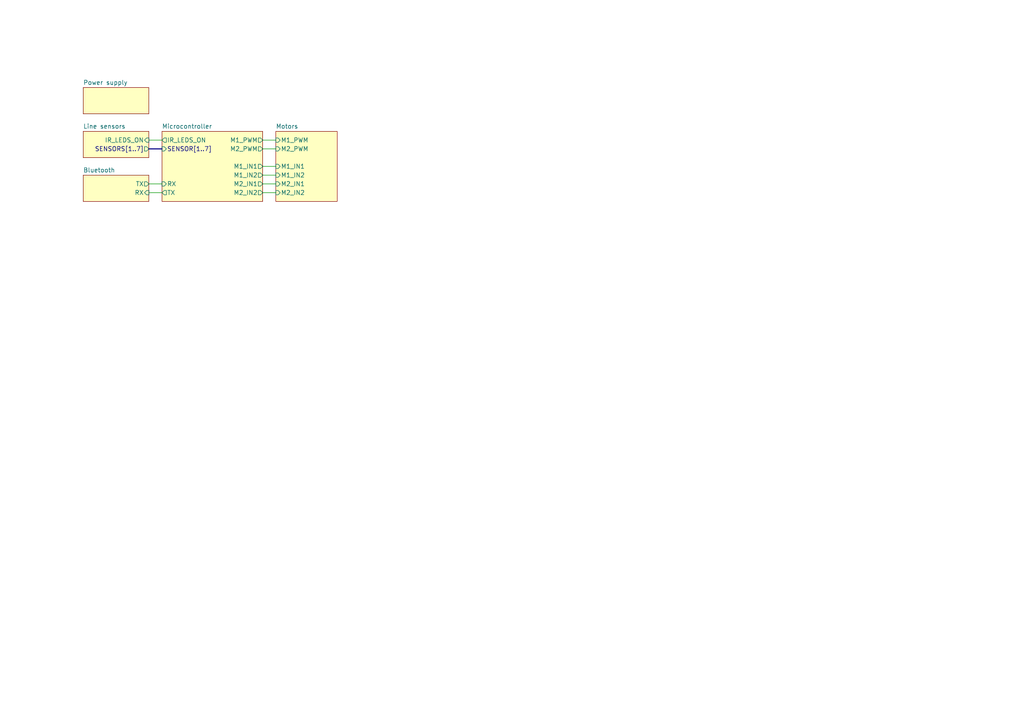
<source format=kicad_sch>
(kicad_sch (version 20230121) (generator eeschema)

  (uuid 8d5cfdec-de34-4148-9100-7125640c46f5)

  (paper "A4")

  (lib_symbols
  )


  (wire (pts (xy 76.2 55.88) (xy 80.01 55.88))
    (stroke (width 0) (type default))
    (uuid 12d38e9d-35fc-4492-98da-20c651b57da7)
  )
  (wire (pts (xy 76.2 53.34) (xy 80.01 53.34))
    (stroke (width 0) (type default))
    (uuid 2396908d-c7e9-40cd-8f7f-e60a80168097)
  )
  (wire (pts (xy 43.18 55.88) (xy 46.99 55.88))
    (stroke (width 0) (type default))
    (uuid 39b41dfa-598b-48ea-9bed-586372749782)
  )
  (wire (pts (xy 43.18 53.34) (xy 46.99 53.34))
    (stroke (width 0) (type default))
    (uuid 5bc26d92-256b-43b6-9d9d-d62c7aa88ffc)
  )
  (wire (pts (xy 76.2 50.8) (xy 80.01 50.8))
    (stroke (width 0) (type default))
    (uuid 6be55ac4-82d6-4dd1-bab0-cd5f0b8f15e9)
  )
  (wire (pts (xy 43.18 40.64) (xy 46.99 40.64))
    (stroke (width 0) (type default))
    (uuid 7b56f99c-f787-469c-8443-788f14b74ec5)
  )
  (wire (pts (xy 76.2 43.18) (xy 80.01 43.18))
    (stroke (width 0) (type default))
    (uuid dec59480-f524-4636-b51d-8d07aebbb6af)
  )
  (wire (pts (xy 76.2 48.26) (xy 80.01 48.26))
    (stroke (width 0) (type default))
    (uuid eec35d27-728d-4d7f-9ddf-83a1e49c85d4)
  )
  (wire (pts (xy 76.2 40.64) (xy 80.01 40.64))
    (stroke (width 0) (type default))
    (uuid f6ed324c-90be-4291-b0d2-8003b4aee434)
  )
  (bus (pts (xy 43.18 43.18) (xy 46.99 43.18))
    (stroke (width 0) (type default))
    (uuid fc737272-8a3e-4267-9e2c-c69e606edc8a)
  )

  (sheet (at 80.01 38.1) (size 17.78 20.32) (fields_autoplaced)
    (stroke (width 0.1524) (type solid))
    (fill (color 255 255 194 1.0000))
    (uuid 541574ca-21e4-445f-b8e2-ded2c59d3b8a)
    (property "Sheetname" "Motors" (at 80.01 37.3884 0)
      (effects (font (size 1.27 1.27)) (justify left bottom))
    )
    (property "Sheetfile" "Motors.kicad_sch" (at 80.01 59.0046 0)
      (effects (font (size 1.27 1.27)) (justify left top) hide)
    )
    (pin "M1_PWM" input (at 80.01 40.64 180)
      (effects (font (size 1.27 1.27)) (justify left))
      (uuid 1734fe27-e198-454b-835f-8b9ddc28fb00)
    )
    (pin "M2_PWM" input (at 80.01 43.18 180)
      (effects (font (size 1.27 1.27)) (justify left))
      (uuid fd490293-8a69-4831-a5fc-25b97d2d428e)
    )
    (pin "M1_IN1" input (at 80.01 48.26 180)
      (effects (font (size 1.27 1.27)) (justify left))
      (uuid 9621646d-6d39-421f-b129-fe820eb43777)
    )
    (pin "M2_IN1" input (at 80.01 53.34 180)
      (effects (font (size 1.27 1.27)) (justify left))
      (uuid fb55e69f-a42a-4224-a936-13819de47a14)
    )
    (pin "M1_IN2" input (at 80.01 50.8 180)
      (effects (font (size 1.27 1.27)) (justify left))
      (uuid eafa9b79-20d9-4bd5-809b-2fd6113b2789)
    )
    (pin "M2_IN2" input (at 80.01 55.88 180)
      (effects (font (size 1.27 1.27)) (justify left))
      (uuid 5c3fb097-98f1-49cc-8d23-252d15b044f6)
    )
    (instances
      (project "Autko"
        (path "/8d5cfdec-de34-4148-9100-7125640c46f5" (page "5"))
      )
    )
  )

  (sheet (at 24.13 38.1) (size 19.05 7.62) (fields_autoplaced)
    (stroke (width 0.1524) (type solid))
    (fill (color 255 255 194 1.0000))
    (uuid 80d635c6-4a73-4538-989a-c930c6a7f33b)
    (property "Sheetname" "Line sensors" (at 24.13 37.3884 0)
      (effects (font (size 1.27 1.27)) (justify left bottom))
    )
    (property "Sheetfile" "Line_sensors.kicad_sch" (at 24.13 46.3046 0)
      (effects (font (size 1.27 1.27)) (justify left top) hide)
    )
    (pin "IR_LEDS_ON" input (at 43.18 40.64 0)
      (effects (font (size 1.27 1.27)) (justify right))
      (uuid 8b674493-fb8d-42a5-960d-c43229d46e8b)
    )
    (pin "SENSORS[1..7]" output (at 43.18 43.18 0)
      (effects (font (size 1.27 1.27)) (justify right))
      (uuid 49a43e96-17a0-401c-b7ae-df92c32c75d8)
    )
    (instances
      (project "Autko"
        (path "/8d5cfdec-de34-4148-9100-7125640c46f5" (page "4"))
      )
    )
  )

  (sheet (at 24.13 50.8) (size 19.05 7.62) (fields_autoplaced)
    (stroke (width 0.1524) (type solid))
    (fill (color 255 255 194 1.0000))
    (uuid bb9a200c-6921-438f-a82b-708524bb5612)
    (property "Sheetname" "Bluetooth" (at 24.13 50.0884 0)
      (effects (font (size 1.27 1.27)) (justify left bottom))
    )
    (property "Sheetfile" "Bluetooth.kicad_sch" (at 24.13 59.0046 0)
      (effects (font (size 1.27 1.27)) (justify left top) hide)
    )
    (pin "TX" output (at 43.18 53.34 0)
      (effects (font (size 1.27 1.27)) (justify right))
      (uuid ec9fa28e-f214-4474-acb9-3f521227bf87)
    )
    (pin "RX" input (at 43.18 55.88 0)
      (effects (font (size 1.27 1.27)) (justify right))
      (uuid 76e70cc0-e9bb-48dc-ab94-81ffb4644d95)
    )
    (instances
      (project "Autko"
        (path "/8d5cfdec-de34-4148-9100-7125640c46f5" (page "6"))
      )
    )
  )

  (sheet (at 46.99 38.1) (size 29.21 20.32) (fields_autoplaced)
    (stroke (width 0.1524) (type solid))
    (fill (color 255 255 194 1.0000))
    (uuid bbdb254f-809b-458f-9d25-868d15ad41c7)
    (property "Sheetname" "Microcontroller" (at 46.99 37.3884 0)
      (effects (font (size 1.27 1.27)) (justify left bottom))
    )
    (property "Sheetfile" "Microcontroller.kicad_sch" (at 46.99 59.0046 0)
      (effects (font (size 1.27 1.27)) (justify left top) hide)
    )
    (pin "IR_LEDS_ON" output (at 46.99 40.64 180)
      (effects (font (size 1.27 1.27)) (justify left))
      (uuid 55ff8ae0-e981-46b7-874c-996e590ccb49)
    )
    (pin "TX" output (at 46.99 55.88 180)
      (effects (font (size 1.27 1.27)) (justify left))
      (uuid bdeb6736-598d-43bc-b9de-a7638a353ab0)
    )
    (pin "RX" input (at 46.99 53.34 180)
      (effects (font (size 1.27 1.27)) (justify left))
      (uuid abfebede-f01e-438a-882e-f53c670bece2)
    )
    (pin "M2_PWM" output (at 76.2 43.18 0)
      (effects (font (size 1.27 1.27)) (justify right))
      (uuid c243091a-9212-4ad7-8a58-e7e48f463c62)
    )
    (pin "M1_PWM" output (at 76.2 40.64 0)
      (effects (font (size 1.27 1.27)) (justify right))
      (uuid 06c196cc-34e3-4718-84c7-fabfe2df4517)
    )
    (pin "M1_IN1" output (at 76.2 48.26 0)
      (effects (font (size 1.27 1.27)) (justify right))
      (uuid 42b03a3e-7968-4ffe-9d83-b0bd31dfad51)
    )
    (pin "M2_IN1" output (at 76.2 53.34 0)
      (effects (font (size 1.27 1.27)) (justify right))
      (uuid 2acaaa79-6573-4955-8b60-5e5314a3a897)
    )
    (pin "M1_IN2" output (at 76.2 50.8 0)
      (effects (font (size 1.27 1.27)) (justify right))
      (uuid f0d805c5-d5ba-4810-be12-fbddaacf8bfb)
    )
    (pin "M2_IN2" output (at 76.2 55.88 0)
      (effects (font (size 1.27 1.27)) (justify right))
      (uuid bd171b3f-e86c-4927-85c2-bf1a489031b7)
    )
    (pin "SENSOR[1..7]" input (at 46.99 43.18 180)
      (effects (font (size 1.27 1.27)) (justify left))
      (uuid e49be393-ecf2-454e-8ac3-3f6c8d3434ac)
    )
    (instances
      (project "Autko"
        (path "/8d5cfdec-de34-4148-9100-7125640c46f5" (page "3"))
      )
    )
  )

  (sheet (at 24.13 25.4) (size 19.05 7.62) (fields_autoplaced)
    (stroke (width 0.1524) (type solid))
    (fill (color 255 255 194 1.0000))
    (uuid c078ece0-fea4-45db-aa95-3799eb753f2b)
    (property "Sheetname" "Power supply" (at 24.13 24.6884 0)
      (effects (font (size 1.27 1.27)) (justify left bottom))
    )
    (property "Sheetfile" "Power_supply.kicad_sch" (at 24.13 33.6046 0)
      (effects (font (size 1.27 1.27)) (justify left top) hide)
    )
    (instances
      (project "Autko"
        (path "/8d5cfdec-de34-4148-9100-7125640c46f5" (page "2"))
      )
    )
  )

  (sheet_instances
    (path "/" (page "1"))
  )
)

</source>
